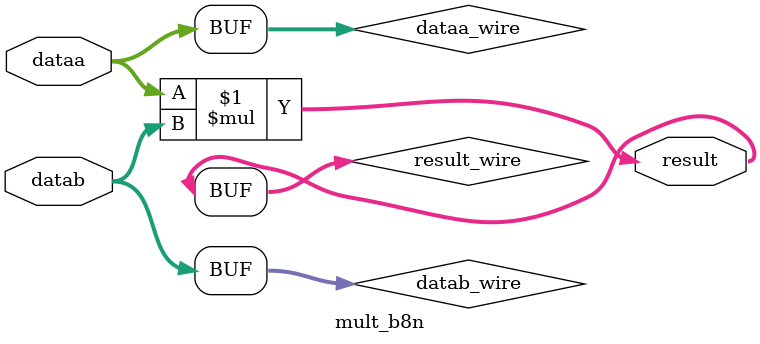
<source format=v>






//synthesis_resources = 
//synopsys translate_off
`timescale 1 ps / 1 ps
//synopsys translate_on
module  mult_b8n
	( 
	dataa,
	datab,
	result) /* synthesis synthesis_clearbox=1 */;
	input   [31:0]  dataa;
	input   [31:0]  datab;
	output   [63:0]  result;

	wire [31:0]    dataa_wire;
	wire [31:0]    datab_wire;
	wire [63:0]    result_wire;



	assign dataa_wire = dataa;
	assign datab_wire = datab;
	assign result_wire = dataa_wire * datab_wire;
	assign result = ({result_wire[63:0]});

endmodule //mult_b8n
//VALID FILE

</source>
